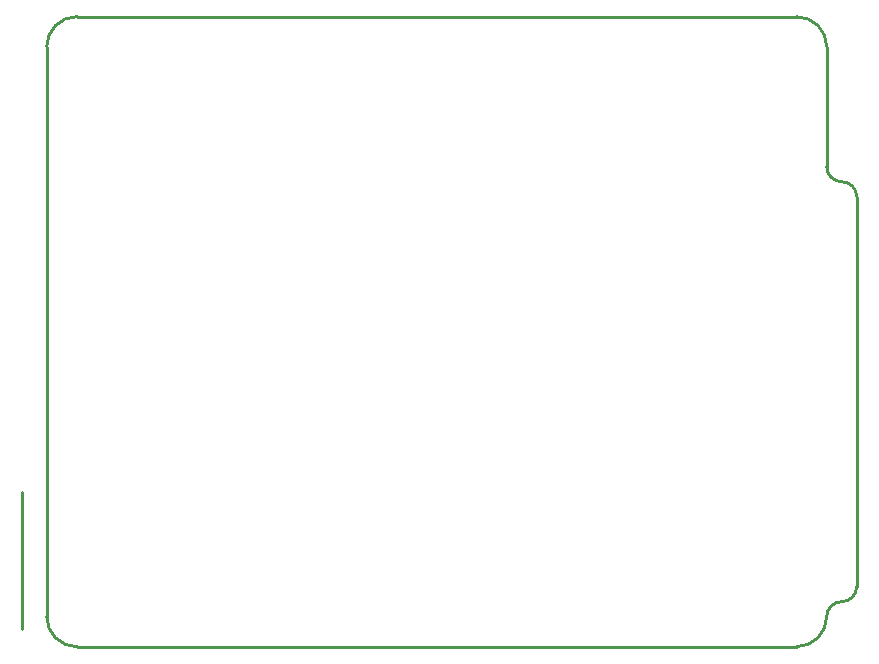
<source format=gm1>
G04 Layer_Color=16711935*
%FSLAX44Y44*%
%MOMM*%
G71*
G01*
G75*
%ADD90C,0.2540*%
D90*
X660400Y508000D02*
G03*
X635000Y533400I-25400J0D01*
G01*
X660400Y406400D02*
G03*
X673100Y393700I12700J0D01*
G01*
X685800Y381000D02*
G03*
X673100Y393700I-12700J0D01*
G01*
X673100Y38100D02*
G03*
X685800Y50800I0J12700D01*
G01*
X673100Y38100D02*
G03*
X660400Y25400I0J-12700D01*
G01*
X635000Y0D02*
G03*
X660400Y25400I0J25400D01*
G01*
X25400Y533400D02*
G03*
X0Y508000I0J-25400D01*
G01*
Y25400D02*
G03*
X25400Y0I25400J0D01*
G01*
X-20560Y14920D02*
Y130820D01*
X0Y25400D02*
Y508000D01*
X660400Y406400D02*
Y508000D01*
X685800Y50800D02*
Y381000D01*
X25400Y533400D02*
X635000D01*
X25400Y0D02*
X635000D01*
M02*

</source>
